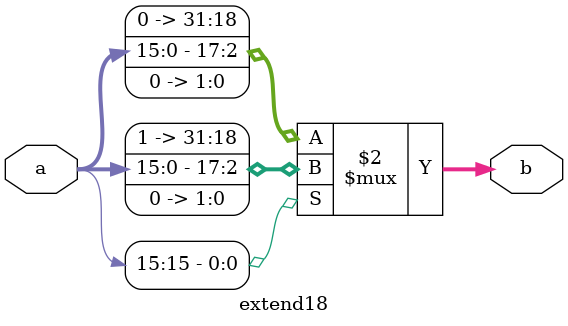
<source format=v>

`timescale 1ns / 1ps

module extend18 (
    input [15:0] a,
    output [31:0] b
    );

    assign b = (a[15] == 0) ? {14'b0, a, 2'b00} : {14'b11111111111111, a, 2'b00};
    
endmodule
</source>
